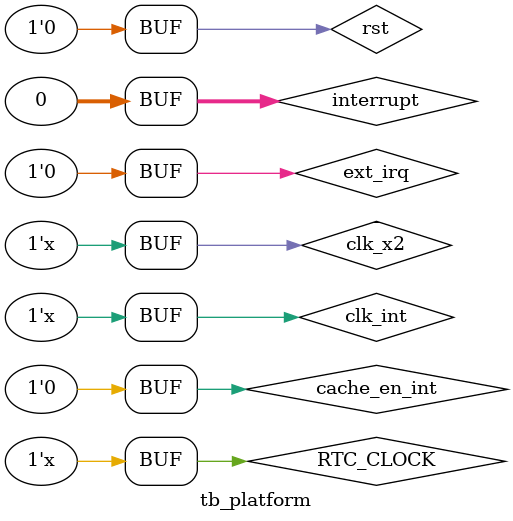
<source format=v>
`timescale 1ns / 1ps


module tb_platform(

    );
    
  reg clk_int;
  reg clk_x2;
  reg rst;

  reg ext_irq;
  
  reg RTC_CLOCK;

  reg cache_en_int;

  wire tick_en;
  wire addr_exception;
  reg [31:0] interrupt;

  `ifdef itlb_def
  wire vpn_to_ppn_req;
  `endif 
  
  `ifdef TEST
  wire [31:0] block_instr_int;
  `endif
  
  parameter RTC_FREQUENCY = 1000000; // In Mhz
  
  parameter RTC_TIME = (1/RTC_FREQUENCY)*1000000000;
  
  riscv_platform riscv_platform(
  .clk_int(clk_int),
  .clk_x2(clk_x2),
  .rst(rst),
  
  .RTC_CLOCK(RTC_CLOCK),

  .ext_irq(ext_irq),

  .cache_en_int(cache_en_int),

  .tick_en(tick_en),
  .addr_exception(addr_exception),
  .interrupt(interrupt)
  `ifdef itlb_def
  ,.vpn_to_ppn_req(vpn_to_ppn_req)
  `endif 
  
  `ifdef TEST
  ,.block_instr_int(block_instr_int)
  `endif );

      initial begin
         rst <= 1'b1; clk_int <= 1'b0; clk_x2 <= 1'b0;
         //wb_rty_i <= 1'b0; wb_err_i <= 1'b0;
         cache_en_int <= 1'b0;
         //STALL <= 1'b0;
         interrupt = 32'd0; //Drive Alssl interrupts to 0
         ext_irq <= 1'b0; RTC_CLOCK <= 1'b0;
         
         #200 rst <= 1'b0;
         
         /*
         #3500 ext_irq <= 1'b1;
         #20 ext_irq <= 1'b0;*/
         //#4370 ext_irq <= 1'b1;
         //#4400 ext_irq <= 1'b0;
         
         
         //#6000 cache_flush_int <= 1'b1;
         
       end

       always #10 clk_int <= ~clk_int;

       always #5 clk_x2 <= ~clk_x2;

       always #50 RTC_CLOCK <= ~RTC_CLOCK;


endmodule

</source>
